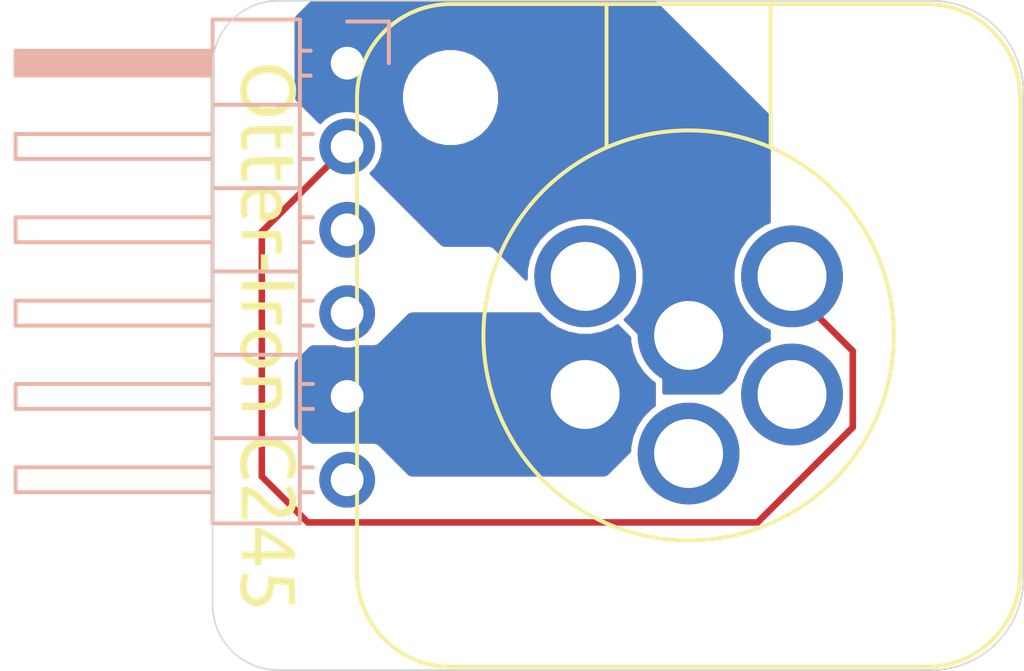
<source format=kicad_pcb>
(kicad_pcb (version 20171130) (host pcbnew 5.1.5-52549c5~84~ubuntu19.10.1)

  (general
    (thickness 1.6)
    (drawings 8)
    (tracks 7)
    (zones 0)
    (modules 3)
    (nets 10)
  )

  (page A4)
  (layers
    (0 F.Cu signal)
    (31 B.Cu signal)
    (32 B.Adhes user)
    (33 F.Adhes user)
    (34 B.Paste user)
    (35 F.Paste user)
    (36 B.SilkS user)
    (37 F.SilkS user)
    (38 B.Mask user)
    (39 F.Mask user)
    (40 Dwgs.User user)
    (41 Cmts.User user)
    (42 Eco1.User user)
    (43 Eco2.User user)
    (44 Edge.Cuts user)
    (45 Margin user)
    (46 B.CrtYd user)
    (47 F.CrtYd user)
    (48 B.Fab user hide)
    (49 F.Fab user hide)
  )

  (setup
    (last_trace_width 0.2)
    (user_trace_width 0.2)
    (trace_clearance 0.2)
    (zone_clearance 0)
    (zone_45_only no)
    (trace_min 0.2)
    (via_size 0.8)
    (via_drill 0.4)
    (via_min_size 0.4)
    (via_min_drill 0.3)
    (uvia_size 0.3)
    (uvia_drill 0.1)
    (uvias_allowed no)
    (uvia_min_size 0.2)
    (uvia_min_drill 0.1)
    (edge_width 0.05)
    (segment_width 0.2)
    (pcb_text_width 0.3)
    (pcb_text_size 1.5 1.5)
    (mod_edge_width 0.12)
    (mod_text_size 1 1)
    (mod_text_width 0.15)
    (pad_size 1.524 1.524)
    (pad_drill 0.762)
    (pad_to_mask_clearance 0.051)
    (solder_mask_min_width 0.25)
    (aux_axis_origin 0 0)
    (visible_elements FFFFFF7F)
    (pcbplotparams
      (layerselection 0x010fc_ffffffff)
      (usegerberextensions true)
      (usegerberattributes false)
      (usegerberadvancedattributes false)
      (creategerberjobfile false)
      (excludeedgelayer true)
      (linewidth 0.100000)
      (plotframeref false)
      (viasonmask false)
      (mode 1)
      (useauxorigin false)
      (hpglpennumber 1)
      (hpglpenspeed 20)
      (hpglpendiameter 15.000000)
      (psnegative false)
      (psa4output false)
      (plotreference true)
      (plotvalue true)
      (plotinvisibletext false)
      (padsonsilk false)
      (subtractmaskfromsilk false)
      (outputformat 1)
      (mirror false)
      (drillshape 0)
      (scaleselection 1)
      (outputdirectory "gerber/"))
  )

  (net 0 "")
  (net 1 GND)
  (net 2 "Net-(J1-Pad4)")
  (net 3 "Net-(J1-Pad3)")
  (net 4 "Net-(J2-Pad1)")
  (net 5 "Net-(J2-Pad4)")
  (net 6 "Net-(J2-Pad3)")
  (net 7 "Net-(J1-Pad6)")
  (net 8 "Net-(J1-Pad5)")
  (net 9 "Net-(J1-Pad2)")

  (net_class Default "This is the default net class."
    (clearance 0.2)
    (trace_width 0.25)
    (via_dia 0.8)
    (via_drill 0.4)
    (uvia_dia 0.3)
    (uvia_drill 0.1)
    (add_net GND)
    (add_net "Net-(J1-Pad2)")
    (add_net "Net-(J1-Pad3)")
    (add_net "Net-(J1-Pad4)")
    (add_net "Net-(J1-Pad5)")
    (add_net "Net-(J1-Pad6)")
    (add_net "Net-(J2-Pad1)")
    (add_net "Net-(J2-Pad3)")
    (add_net "Net-(J2-Pad4)")
  )

  (module "otter:RPC1-12RB-6P(71)" (layer F.Cu) (tedit 5E5BF5A6) (tstamp 5E5C5788)
    (at 114.5 110.2 270)
    (path /5E5C0C87)
    (fp_text reference J2 (at 0.025 -5.125 270) (layer F.SilkS) hide
      (effects (font (size 1 1) (thickness 0.15)))
    )
    (fp_text value C245 (at 0.05 -7.8 270) (layer F.Fab) hide
      (effects (font (size 1 1) (thickness 0.15)))
    )
    (fp_circle (center 0 0) (end 6.25 0) (layer F.SilkS) (width 0.12))
    (fp_arc (start -7.25 -7.25) (end -7.25 -10.1) (angle -90) (layer F.SilkS) (width 0.12))
    (fp_arc (start -7.25 7.25) (end -10.1 7.25) (angle -90) (layer F.SilkS) (width 0.12))
    (fp_arc (start 7.25 7.25) (end 7.25 10.1) (angle -90) (layer F.SilkS) (width 0.12))
    (fp_arc (start 7.25 -7.25) (end 10.1 -7.25) (angle -90) (layer F.SilkS) (width 0.12))
    (fp_line (start -7.25 10.1) (end 7.25 10.1) (layer F.SilkS) (width 0.12))
    (fp_line (start -7.25 -10.1) (end 7.25 -10.1) (layer F.SilkS) (width 0.12))
    (fp_line (start 10.1 -7.25) (end 10.1 7.25) (layer F.SilkS) (width 0.12))
    (fp_line (start -10.1 -7.25) (end -10.1 7.25) (layer F.SilkS) (width 0.12))
    (fp_line (start -10.1 -2.5) (end -5.75 -2.5) (layer F.SilkS) (width 0.12))
    (fp_line (start -10.1 2.5) (end -5.75 2.5) (layer F.SilkS) (width 0.12))
    (pad "" np_thru_hole circle (at -7.25 -7.25 270) (size 2.5 2.5) (drill 2.5) (layers *.Cu *.Mask))
    (pad "" np_thru_hole circle (at -7.25 7.25 270) (size 2.5 2.5) (drill 2.5) (layers *.Cu *.Mask))
    (pad "" np_thru_hole circle (at 7.25 7.25 270) (size 2.5 2.5) (drill 2.5) (layers *.Cu *.Mask))
    (pad "" np_thru_hole circle (at 7.25 -7.25 270) (size 2.5 2.5) (drill 2.5) (layers *.Cu *.Mask))
    (pad 1 thru_hole circle (at -1.8 3.15 270) (size 3.1 3.1) (drill 2.1) (layers *.Cu *.Mask)
      (net 4 "Net-(J2-Pad1)"))
    (pad 2 thru_hole circle (at 1.8 3.15 270) (size 3.1 3.1) (drill 2.1) (layers *.Cu *.Mask)
      (net 8 "Net-(J1-Pad5)"))
    (pad 5 thru_hole circle (at -1.8 -3.15 270) (size 3.1 3.1) (drill 2.1) (layers *.Cu *.Mask)
      (net 9 "Net-(J1-Pad2)"))
    (pad 4 thru_hole circle (at 1.8 -3.15 270) (size 3.1 3.1) (drill 2.1) (layers *.Cu *.Mask)
      (net 5 "Net-(J2-Pad4)"))
    (pad 3 thru_hole circle (at 3.6 0 270) (size 3.1 3.1) (drill 2.1) (layers *.Cu *.Mask)
      (net 6 "Net-(J2-Pad3)"))
    (pad 6 thru_hole circle (at 0 0 270) (size 3.1 3.1) (drill 2.1) (layers *.Cu *.Mask)
      (net 1 GND))
    (model ${KIPRJMOD}/RPC1-12RB-6P.stp
      (offset (xyz 0 0 6.25))
      (scale (xyz 1 1 1))
      (rotate (xyz 180 0 90))
    )
  )

  (module otter:C245_singlew_silk (layer F.Cu) (tedit 0) (tstamp 5E5C7325)
    (at 101.7 110.2 270)
    (fp_text reference G*** (at 0 0 90) (layer F.SilkS) hide
      (effects (font (size 1.524 1.524) (thickness 0.3)))
    )
    (fp_text value LOGO (at 0.75 0 90) (layer F.SilkS) hide
      (effects (font (size 1.524 1.524) (thickness 0.3)))
    )
    (fp_poly (pts (xy -1.890888 0.225778) (xy -2.469444 0.225778) (xy -2.469444 0.014111) (xy -1.890888 0.014111)
      (xy -1.890888 0.225778)) (layer F.SilkS) (width 0.01))
    (fp_poly (pts (xy 6.801556 0.225778) (xy 6.999112 0.225778) (xy 6.999112 0.409222) (xy 6.801556 0.409222)
      (xy 6.801556 0.818445) (xy 6.589889 0.818445) (xy 6.589889 0.409222) (xy 5.870223 0.409222)
      (xy 5.870223 0.329364) (xy 5.871673 0.292963) (xy 5.877505 0.25913) (xy 5.888545 0.225778)
      (xy 6.081483 0.225778) (xy 6.589889 0.225778) (xy 6.589382 -0.15875) (xy 6.588874 -0.543278)
      (xy 6.552814 -0.500944) (xy 6.457713 -0.38241) (xy 6.361177 -0.249631) (xy 6.268911 -0.111133)
      (xy 6.186619 0.024554) (xy 6.12562 0.137584) (xy 6.081483 0.225778) (xy 5.888545 0.225778)
      (xy 5.889937 0.221575) (xy 5.911188 0.17401) (xy 5.943476 0.110144) (xy 5.956059 0.08608)
      (xy 6.046315 -0.074572) (xy 6.150181 -0.240389) (xy 6.262366 -0.403731) (xy 6.377576 -0.556959)
      (xy 6.49052 -0.692434) (xy 6.511835 -0.716139) (xy 6.592257 -0.804333) (xy 6.801556 -0.804333)
      (xy 6.801556 0.225778)) (layer F.SilkS) (width 0.01))
    (fp_poly (pts (xy 5.096062 -0.84312) (xy 5.203729 -0.826202) (xy 5.303629 -0.794181) (xy 5.387927 -0.74845)
      (xy 5.407187 -0.733776) (xy 5.46496 -0.669155) (xy 5.508054 -0.586296) (xy 5.534651 -0.492084)
      (xy 5.542937 -0.393401) (xy 5.531093 -0.29713) (xy 5.526728 -0.28074) (xy 5.500197 -0.210761)
      (xy 5.459219 -0.136477) (xy 5.401712 -0.054974) (xy 5.325593 0.036666) (xy 5.22878 0.141357)
      (xy 5.215637 0.154973) (xy 5.116099 0.259082) (xy 5.0356 0.346507) (xy 4.972222 0.419468)
      (xy 4.924047 0.480186) (xy 4.889158 0.53088) (xy 4.884874 0.537888) (xy 4.867852 0.566219)
      (xy 4.856525 0.588431) (xy 4.85352 0.605269) (xy 4.861463 0.617474) (xy 4.88298 0.62579)
      (xy 4.920698 0.630959) (xy 4.977244 0.633725) (xy 5.055243 0.634831) (xy 5.157321 0.635019)
      (xy 5.228167 0.635) (xy 5.602112 0.635) (xy 5.602112 0.818445) (xy 4.610622 0.818445)
      (xy 4.617442 0.712176) (xy 4.623447 0.652112) (xy 4.634909 0.600688) (xy 4.65512 0.546611)
      (xy 4.682926 0.48752) (xy 4.703798 0.447563) (xy 4.726437 0.409841) (xy 4.753705 0.370786)
      (xy 4.788464 0.326829) (xy 4.833576 0.274402) (xy 4.891905 0.209934) (xy 4.966312 0.129858)
      (xy 4.99029 0.10429) (xy 5.078894 0.009007) (xy 5.14943 -0.06954) (xy 5.203896 -0.134455)
      (xy 5.244295 -0.188843) (xy 5.272626 -0.235809) (xy 5.290891 -0.278457) (xy 5.30109 -0.319893)
      (xy 5.305224 -0.363221) (xy 5.30564 -0.38509) (xy 5.294703 -0.474577) (xy 5.261859 -0.547126)
      (xy 5.207551 -0.601823) (xy 5.196856 -0.608883) (xy 5.163503 -0.626512) (xy 5.128 -0.636621)
      (xy 5.08099 -0.641062) (xy 5.030612 -0.641783) (xy 4.966896 -0.63999) (xy 4.91978 -0.633354)
      (xy 4.877743 -0.619435) (xy 4.840112 -0.601461) (xy 4.791008 -0.573472) (xy 4.746623 -0.543742)
      (xy 4.724854 -0.526121) (xy 4.687208 -0.49083) (xy 4.634471 -0.570259) (xy 4.581733 -0.649687)
      (xy 4.613372 -0.683365) (xy 4.65506 -0.71735) (xy 4.715853 -0.753906) (xy 4.78748 -0.788745)
      (xy 4.861668 -0.817582) (xy 4.88877 -0.826063) (xy 4.988464 -0.843538) (xy 5.096062 -0.84312)) (layer F.SilkS) (width 0.01))
    (fp_poly (pts (xy 1.783862 -0.420863) (xy 1.859404 -0.417259) (xy 1.914913 -0.41154) (xy 1.958571 -0.402254)
      (xy 1.998559 -0.387948) (xy 2.017889 -0.379321) (xy 2.109997 -0.321777) (xy 2.183087 -0.245071)
      (xy 2.23288 -0.155379) (xy 2.241558 -0.132269) (xy 2.248513 -0.108825) (xy 2.253982 -0.081615)
      (xy 2.2582 -0.047209) (xy 2.261402 -0.002175) (xy 2.263824 0.056916) (xy 2.265701 0.133496)
      (xy 2.267269 0.230996) (xy 2.268762 0.352847) (xy 2.26896 0.370417) (xy 2.27399 0.818445)
      (xy 2.060223 0.818445) (xy 2.059943 0.47625) (xy 2.058888 0.324813) (xy 2.055609 0.198854)
      (xy 2.04953 0.095676) (xy 2.040075 0.012583) (xy 2.026668 -0.053122) (xy 2.008733 -0.104135)
      (xy 1.985694 -0.143152) (xy 1.956976 -0.17287) (xy 1.922002 -0.195986) (xy 1.915647 -0.199323)
      (xy 1.880842 -0.214424) (xy 1.84359 -0.223453) (xy 1.795527 -0.227663) (xy 1.728287 -0.228307)
      (xy 1.722579 -0.22825) (xy 1.659148 -0.226701) (xy 1.602294 -0.223773) (xy 1.560836 -0.219984)
      (xy 1.549465 -0.218116) (xy 1.509889 -0.209424) (xy 1.509889 0.818445) (xy 1.284112 0.818445)
      (xy 1.284112 -0.36455) (xy 1.355021 -0.379757) (xy 1.495175 -0.405518) (xy 1.623298 -0.41909)
      (xy 1.752191 -0.421703) (xy 1.783862 -0.420863)) (layer F.SilkS) (width 0.01))
    (fp_poly (pts (xy -0.477512 -0.418793) (xy -0.390096 -0.407211) (xy -0.343647 -0.396041) (xy -0.32043 -0.384801)
      (xy -0.315566 -0.370929) (xy -0.316133 -0.368406) (xy -0.32298 -0.339293) (xy -0.331054 -0.299313)
      (xy -0.331611 -0.296333) (xy -0.342696 -0.242431) (xy -0.351993 -0.212545) (xy -0.360989 -0.20266)
      (xy -0.365829 -0.203956) (xy -0.384298 -0.209298) (xy -0.422829 -0.217089) (xy -0.473551 -0.225759)
      (xy -0.480489 -0.226847) (xy -0.558428 -0.235318) (xy -0.62922 -0.233361) (xy -0.687176 -0.225301)
      (xy -0.790222 -0.207674) (xy -0.790222 0.818445) (xy -1.001888 0.818445) (xy -1.001888 -0.350589)
      (xy -0.955488 -0.365903) (xy -0.845298 -0.394441) (xy -0.722293 -0.413252) (xy -0.596392 -0.421611)
      (xy -0.477512 -0.418793)) (layer F.SilkS) (width 0.01))
    (fp_poly (pts (xy -1.397 0.818445) (xy -1.622777 0.818445) (xy -1.622777 -0.804333) (xy -1.397 -0.804333)
      (xy -1.397 0.818445)) (layer F.SilkS) (width 0.01))
    (fp_poly (pts (xy -2.69361 -0.42137) (xy -2.631777 -0.416123) (xy -2.573613 -0.408552) (xy -2.525454 -0.399618)
      (xy -2.493634 -0.390283) (xy -2.484171 -0.38258) (xy -2.488864 -0.350188) (xy -2.497899 -0.308084)
      (xy -2.50898 -0.265004) (xy -2.519807 -0.229681) (xy -2.528085 -0.21085) (xy -2.529638 -0.209723)
      (xy -2.54799 -0.211659) (xy -2.586171 -0.217259) (xy -2.636207 -0.225346) (xy -2.640375 -0.226047)
      (xy -2.709962 -0.234751) (xy -2.774405 -0.234723) (xy -2.849464 -0.225928) (xy -2.851832 -0.225562)
      (xy -2.963333 -0.208216) (xy -2.963333 0.818445) (xy -3.175 0.818445) (xy -3.175 -0.350589)
      (xy -3.128599 -0.365903) (xy -3.051153 -0.386587) (xy -2.957662 -0.404251) (xy -2.860282 -0.417037)
      (xy -2.771166 -0.423089) (xy -2.752778 -0.423333) (xy -2.69361 -0.42137)) (layer F.SilkS) (width 0.01))
    (fp_poly (pts (xy -3.916405 -0.422407) (xy -3.801596 -0.393964) (xy -3.704779 -0.343946) (xy -3.62625 -0.272766)
      (xy -3.566306 -0.180835) (xy -3.525244 -0.068565) (xy -3.503361 0.063633) (xy -3.499555 0.155917)
      (xy -3.499555 0.268111) (xy -3.915833 0.268111) (xy -4.038061 0.267901) (xy -4.134776 0.267864)
      (xy -4.208678 0.268893) (xy -4.262466 0.271877) (xy -4.298842 0.277708) (xy -4.320505 0.287278)
      (xy -4.330154 0.301478) (xy -4.330491 0.321199) (xy -4.324214 0.347331) (xy -4.314025 0.380768)
      (xy -4.309033 0.397898) (xy -4.272586 0.483848) (xy -4.217323 0.557084) (xy -4.148321 0.611687)
      (xy -4.109602 0.630404) (xy -4.052378 0.644755) (xy -3.976863 0.653105) (xy -3.892339 0.655475)
      (xy -3.808089 0.651885) (xy -3.733393 0.642357) (xy -3.683979 0.629467) (xy -3.645144 0.617876)
      (xy -3.6176 0.614852) (xy -3.611099 0.617088) (xy -3.603817 0.636153) (xy -3.59594 0.673889)
      (xy -3.59108 0.70728) (xy -3.581421 0.786615) (xy -3.649849 0.811504) (xy -3.696621 0.824167)
      (xy -3.759392 0.833195) (xy -3.842764 0.83912) (xy -3.908777 0.841522) (xy -3.99161 0.843095)
      (xy -4.053246 0.842264) (xy -4.10065 0.838445) (xy -4.140789 0.831052) (xy -4.18063 0.8195)
      (xy -4.183944 0.818401) (xy -4.294465 0.767766) (xy -4.386452 0.696286) (xy -4.459344 0.604881)
      (xy -4.512579 0.494467) (xy -4.545593 0.365961) (xy -4.557825 0.22028) (xy -4.557888 0.208318)
      (xy -4.546645 0.067615) (xy -4.545435 0.062897) (xy -4.323834 0.062897) (xy -4.322784 0.087724)
      (xy -4.322525 0.088195) (xy -4.307196 0.091349) (xy -4.26789 0.094129) (xy -4.208851 0.096385)
      (xy -4.134324 0.097969) (xy -4.048553 0.098732) (xy -4.020833 0.098778) (xy -3.725333 0.098778)
      (xy -3.725333 0.054554) (xy -3.736406 -0.023054) (xy -3.766671 -0.097793) (xy -3.8117 -0.162246)
      (xy -3.867061 -0.208999) (xy -3.88963 -0.220475) (xy -3.971763 -0.240386) (xy -4.057271 -0.236168)
      (xy -4.139174 -0.209822) (xy -4.210493 -0.163346) (xy -4.252875 -0.116429) (xy -4.276233 -0.07621)
      (xy -4.297731 -0.027378) (xy -4.31454 0.02176) (xy -4.323834 0.062897) (xy -4.545435 0.062897)
      (xy -4.514114 -0.059148) (xy -4.462093 -0.1702) (xy -4.392382 -0.263774) (xy -4.306778 -0.338103)
      (xy -4.207079 -0.391417) (xy -4.095085 -0.421948) (xy -3.972593 -0.427928) (xy -3.916405 -0.422407)) (layer F.SilkS) (width 0.01))
    (fp_poly (pts (xy -5.21511 -0.762177) (xy -5.210319 -0.720946) (xy -5.207616 -0.653278) (xy -5.207 -0.585611)
      (xy -5.207 -0.395111) (xy -4.739986 -0.395111) (xy -4.744187 -0.306916) (xy -4.748388 -0.218722)
      (xy -4.977694 -0.214845) (xy -5.207 -0.210967) (xy -5.20669 0.137933) (xy -5.206401 0.248277)
      (xy -5.205583 0.334265) (xy -5.203981 0.399761) (xy -5.201337 0.44863) (xy -5.197396 0.484735)
      (xy -5.191901 0.511942) (xy -5.184596 0.534114) (xy -5.17965 0.545706) (xy -5.151025 0.595861)
      (xy -5.115589 0.628379) (xy -5.067261 0.646361) (xy -4.999961 0.652909) (xy -4.969178 0.653056)
      (xy -4.897316 0.648694) (xy -4.836666 0.638292) (xy -4.808814 0.629309) (xy -4.774504 0.615136)
      (xy -4.753031 0.607315) (xy -4.750517 0.606778) (xy -4.744118 0.619151) (xy -4.734279 0.650702)
      (xy -4.728259 0.673806) (xy -4.717099 0.718368) (xy -4.70776 0.754002) (xy -4.704939 0.764039)
      (xy -4.712272 0.783434) (xy -4.742836 0.801216) (xy -4.791655 0.816747) (xy -4.853753 0.82939)
      (xy -4.924156 0.838509) (xy -4.997888 0.843464) (xy -5.069974 0.843618) (xy -5.135439 0.838335)
      (xy -5.189308 0.826976) (xy -5.191259 0.826351) (xy -5.260578 0.791096) (xy -5.324289 0.735642)
      (xy -5.373567 0.667829) (xy -5.376987 0.661399) (xy -5.389893 0.632809) (xy -5.400696 0.599681)
      (xy -5.409572 0.559408) (xy -5.416699 0.509383) (xy -5.422254 0.447) (xy -5.426416 0.369654)
      (xy -5.42936 0.274737) (xy -5.431265 0.159643) (xy -5.432308 0.021766) (xy -5.432666 -0.1415)
      (xy -5.432671 -0.156682) (xy -5.432777 -0.743753) (xy -5.334809 -0.759932) (xy -5.283903 -0.768008)
      (xy -5.243523 -0.773807) (xy -5.222185 -0.776109) (xy -5.22192 -0.776111) (xy -5.21511 -0.762177)) (layer F.SilkS) (width 0.01))
    (fp_poly (pts (xy -6.160554 -0.762177) (xy -6.155764 -0.720946) (xy -6.153061 -0.653278) (xy -6.152444 -0.585611)
      (xy -6.152444 -0.395111) (xy -5.700888 -0.395111) (xy -5.700888 -0.211666) (xy -6.15378 -0.211666)
      (xy -6.149584 0.151695) (xy -6.147955 0.271352) (xy -6.145728 0.36625) (xy -6.142282 0.439851)
      (xy -6.136995 0.495619) (xy -6.129245 0.537016) (xy -6.118411 0.567506) (xy -6.103871 0.590551)
      (xy -6.085002 0.609615) (xy -6.06447 0.625738) (xy -6.037985 0.641074) (xy -6.004998 0.649648)
      (xy -5.95729 0.652977) (xy -5.916303 0.653067) (xy -5.84296 0.648688) (xy -5.781753 0.63821)
      (xy -5.754258 0.629309) (xy -5.719948 0.615136) (xy -5.698475 0.607315) (xy -5.695961 0.606778)
      (xy -5.689563 0.619151) (xy -5.679724 0.650702) (xy -5.673703 0.673806) (xy -5.662544 0.718368)
      (xy -5.653205 0.754002) (xy -5.650383 0.764039) (xy -5.657675 0.783545) (xy -5.688216 0.801373)
      (xy -5.737052 0.816895) (xy -5.79923 0.829483) (xy -5.869796 0.83851) (xy -5.943796 0.843349)
      (xy -6.016277 0.843371) (xy -6.082286 0.83795) (xy -6.136867 0.826458) (xy -6.138666 0.825888)
      (xy -6.218047 0.786028) (xy -6.282337 0.723257) (xy -6.330307 0.639244) (xy -6.360729 0.535662)
      (xy -6.363422 0.520288) (xy -6.366811 0.484987) (xy -6.369886 0.424651) (xy -6.372576 0.342466)
      (xy -6.374812 0.241618) (xy -6.376526 0.125293) (xy -6.377647 -0.003323) (xy -6.378108 -0.141045)
      (xy -6.378115 -0.156682) (xy -6.378222 -0.743753) (xy -6.280254 -0.759932) (xy -6.229347 -0.768008)
      (xy -6.188968 -0.773807) (xy -6.167629 -0.776109) (xy -6.167365 -0.776111) (xy -6.160554 -0.762177)) (layer F.SilkS) (width 0.01))
    (fp_poly (pts (xy 8.198556 -0.620889) (xy 7.902223 -0.620889) (xy 7.798198 -0.620493) (xy 7.719636 -0.619196)
      (xy 7.663787 -0.616836) (xy 7.627901 -0.613248) (xy 7.609229 -0.608271) (xy 7.604841 -0.60325)
      (xy 7.603339 -0.583428) (xy 7.59993 -0.541061) (xy 7.595069 -0.481725) (xy 7.589211 -0.410999)
      (xy 7.587005 -0.384542) (xy 7.570218 -0.183473) (xy 7.612748 -0.177694) (xy 7.731483 -0.160089)
      (xy 7.826777 -0.14206) (xy 7.903383 -0.121957) (xy 7.966054 -0.098129) (xy 8.019546 -0.068926)
      (xy 8.06861 -0.032696) (xy 8.093828 -0.010645) (xy 8.16896 0.072882) (xy 8.218895 0.164969)
      (xy 8.246056 0.270627) (xy 8.250834 0.314382) (xy 8.24783 0.437458) (xy 8.220141 0.547826)
      (xy 8.169 0.643946) (xy 8.095641 0.724278) (xy 8.001297 0.78728) (xy 7.887203 0.831413)
      (xy 7.825548 0.845484) (xy 7.756824 0.85406) (xy 7.676329 0.858203) (xy 7.596557 0.857689)
      (xy 7.529999 0.852296) (xy 7.521223 0.850933) (xy 7.479576 0.842372) (xy 7.427706 0.829663)
      (xy 7.372818 0.814851) (xy 7.322117 0.799982) (xy 7.282806 0.7871) (xy 7.262092 0.778249)
      (xy 7.260717 0.777001) (xy 7.260511 0.759026) (xy 7.265912 0.723479) (xy 7.274829 0.679938)
      (xy 7.285174 0.637985) (xy 7.294856 0.607199) (xy 7.299825 0.597694) (xy 7.316021 0.598256)
      (xy 7.350448 0.607478) (xy 7.389721 0.62118) (xy 7.477291 0.64545) (xy 7.577838 0.65893)
      (xy 7.680333 0.66106) (xy 7.773751 0.651277) (xy 7.81071 0.642602) (xy 7.897093 0.604722)
      (xy 7.962633 0.548635) (xy 8.005794 0.476694) (xy 8.025039 0.39125) (xy 8.022649 0.318151)
      (xy 8.002494 0.236347) (xy 7.96449 0.168798) (xy 7.906763 0.114161) (xy 7.827439 0.071094)
      (xy 7.724643 0.038255) (xy 7.598834 0.01463) (xy 7.534883 0.007114) (xy 7.469243 0.0019)
      (xy 7.425333 0.00028) (xy 7.35061 0) (xy 7.358187 -0.045861) (xy 7.36434 -0.092539)
      (xy 7.371414 -0.161677) (xy 7.378955 -0.247547) (xy 7.386505 -0.34442) (xy 7.39361 -0.446567)
      (xy 7.399813 -0.54826) (xy 7.403092 -0.610305) (xy 7.412627 -0.804333) (xy 8.198556 -0.804333)
      (xy 8.198556 -0.620889)) (layer F.SilkS) (width 0.01))
    (fp_poly (pts (xy 4.063395 -0.834531) (xy 4.197706 -0.80745) (xy 4.255344 -0.788654) (xy 4.31304 -0.76619)
      (xy 4.34778 -0.747361) (xy 4.363127 -0.726156) (xy 4.362647 -0.696562) (xy 4.349905 -0.652565)
      (xy 4.344889 -0.637627) (xy 4.326982 -0.58917) (xy 4.312713 -0.563594) (xy 4.299046 -0.556359)
      (xy 4.291708 -0.558109) (xy 4.142647 -0.610738) (xy 4.00759 -0.639233) (xy 3.886047 -0.643676)
      (xy 3.828282 -0.636557) (xy 3.707707 -0.601959) (xy 3.605435 -0.545898) (xy 3.521274 -0.468231)
      (xy 3.455033 -0.368813) (xy 3.444415 -0.347363) (xy 3.406215 -0.25096) (xy 3.383195 -0.152266)
      (xy 3.373301 -0.041185) (xy 3.372556 0.005824) (xy 3.382613 0.159232) (xy 3.412331 0.293435)
      (xy 3.461031 0.407772) (xy 3.528035 0.501578) (xy 3.612663 0.574191) (xy 3.714236 0.624948)
      (xy 3.832076 0.653186) (xy 3.965503 0.658242) (xy 4.034574 0.652278) (xy 4.10485 0.640755)
      (xy 4.176638 0.624311) (xy 4.236565 0.606102) (xy 4.24673 0.602212) (xy 4.332004 0.567769)
      (xy 4.360251 0.659223) (xy 4.373445 0.707117) (xy 4.380805 0.744512) (xy 4.380756 0.763205)
      (xy 4.362415 0.774634) (xy 4.322891 0.789618) (xy 4.268696 0.806281) (xy 4.206343 0.822751)
      (xy 4.142343 0.837151) (xy 4.092223 0.846255) (xy 3.979619 0.857374) (xy 3.861384 0.857953)
      (xy 3.750304 0.848214) (xy 3.701003 0.83945) (xy 3.594261 0.805504) (xy 3.488307 0.752569)
      (xy 3.393494 0.686408) (xy 3.344525 0.640939) (xy 3.277442 0.554661) (xy 3.219029 0.449786)
      (xy 3.173968 0.335657) (xy 3.153995 0.260651) (xy 3.141396 0.175009) (xy 3.1349 0.072984)
      (xy 3.134521 -0.034647) (xy 3.140273 -0.137108) (xy 3.152172 -0.223624) (xy 3.153329 -0.229245)
      (xy 3.195677 -0.367335) (xy 3.2603 -0.493317) (xy 3.344562 -0.60416) (xy 3.445827 -0.696835)
      (xy 3.561461 -0.768309) (xy 3.654778 -0.805786) (xy 3.782564 -0.833966) (xy 3.921892 -0.843458)
      (xy 4.063395 -0.834531)) (layer F.SilkS) (width 0.01))
    (fp_poly (pts (xy 0.530389 -0.414051) (xy 0.645933 -0.376979) (xy 0.747192 -0.316362) (xy 0.832559 -0.233408)
      (xy 0.900427 -0.129323) (xy 0.945314 -0.018268) (xy 0.962314 0.060347) (xy 0.971759 0.154821)
      (xy 0.973417 0.254158) (xy 0.967058 0.347359) (xy 0.954457 0.416278) (xy 0.908396 0.540295)
      (xy 0.842293 0.646195) (xy 0.757917 0.732309) (xy 0.657032 0.796967) (xy 0.541405 0.838501)
      (xy 0.498416 0.847162) (xy 0.439171 0.855886) (xy 0.394538 0.858608) (xy 0.351496 0.854986)
      (xy 0.297024 0.844679) (xy 0.282223 0.841483) (xy 0.165968 0.802474) (xy 0.064577 0.740405)
      (xy -0.020381 0.65711) (xy -0.087336 0.554424) (xy -0.134719 0.434182) (xy -0.157318 0.327717)
      (xy -0.165457 0.196664) (xy 0.064785 0.196664) (xy 0.068523 0.300087) (xy 0.083805 0.393164)
      (xy 0.088824 0.411381) (xy 0.129146 0.501951) (xy 0.18791 0.574279) (xy 0.261375 0.626269)
      (xy 0.345803 0.655821) (xy 0.437452 0.660839) (xy 0.509097 0.647116) (xy 0.585267 0.609859)
      (xy 0.65096 0.548048) (xy 0.701131 0.468907) (xy 0.718202 0.432076) (xy 0.729539 0.399484)
      (xy 0.736305 0.363815) (xy 0.739659 0.317754) (xy 0.740762 0.253987) (xy 0.740834 0.218722)
      (xy 0.739518 0.132177) (xy 0.7344 0.066312) (xy 0.723725 0.013659) (xy 0.705735 -0.033248)
      (xy 0.678676 -0.081878) (xy 0.665151 -0.103129) (xy 0.608807 -0.16506) (xy 0.53538 -0.209045)
      (xy 0.451205 -0.232884) (xy 0.362618 -0.234381) (xy 0.314222 -0.22486) (xy 0.240333 -0.190495)
      (xy 0.174103 -0.133704) (xy 0.121016 -0.060201) (xy 0.091609 0.007056) (xy 0.072508 0.094963)
      (xy 0.064785 0.196664) (xy -0.165457 0.196664) (xy -0.166171 0.185175) (xy -0.15231 0.052331)
      (xy -0.117335 -0.068659) (xy -0.062844 -0.175642) (xy 0.009565 -0.266462) (xy 0.098292 -0.338965)
      (xy 0.20174 -0.390997) (xy 0.318309 -0.420402) (xy 0.402167 -0.42637) (xy 0.530389 -0.414051)) (layer F.SilkS) (width 0.01))
    (fp_poly (pts (xy -7.408333 -0.84183) (xy -7.262983 -0.82128) (xy -7.133713 -0.778496) (xy -7.017805 -0.712295)
      (xy -6.920472 -0.629526) (xy -6.829803 -0.519402) (xy -6.761658 -0.392784) (xy -6.715937 -0.249401)
      (xy -6.692543 -0.088979) (xy -6.689156 0.007056) (xy -6.700259 0.177007) (xy -6.733633 0.329771)
      (xy -6.789376 0.465617) (xy -6.867589 0.58482) (xy -6.920472 0.643637) (xy -6.989505 0.706395)
      (xy -7.059034 0.75448) (xy -7.139185 0.794101) (xy -7.210099 0.821204) (xy -7.284988 0.83993)
      (xy -7.37679 0.851584) (xy -7.474979 0.855694) (xy -7.569026 0.851785) (xy -7.642937 0.840679)
      (xy -7.782879 0.795444) (xy -7.905876 0.727705) (xy -8.011585 0.63778) (xy -8.099663 0.525986)
      (xy -8.169766 0.392643) (xy -8.193881 0.32996) (xy -8.209145 0.283905) (xy -8.21979 0.243724)
      (xy -8.226636 0.202567) (xy -8.230505 0.153581) (xy -8.23222 0.089916) (xy -8.232601 0.007056)
      (xy -8.23231 -0.054794) (xy -7.998196 -0.054794) (xy -7.997401 0.078595) (xy -7.978494 0.206175)
      (xy -7.942717 0.324207) (xy -7.891313 0.428952) (xy -7.825523 0.516671) (xy -7.746589 0.583625)
      (xy -7.716769 0.601105) (xy -7.622716 0.636774) (xy -7.515112 0.654965) (xy -7.403126 0.654942)
      (xy -7.295926 0.63597) (xy -7.292942 0.635118) (xy -7.207286 0.596688) (xy -7.12665 0.534527)
      (xy -7.055128 0.453112) (xy -6.996816 0.35692) (xy -6.9632 0.274701) (xy -6.947228 0.204315)
      (xy -6.937602 0.11583) (xy -6.93424 0.017707) (xy -6.93706 -0.081589) (xy -6.945978 -0.173596)
      (xy -6.960913 -0.24985) (xy -6.968547 -0.274027) (xy -7.024304 -0.394867) (xy -7.094019 -0.491252)
      (xy -7.178132 -0.563506) (xy -7.277088 -0.611952) (xy -7.391329 -0.636912) (xy -7.471833 -0.640719)
      (xy -7.594701 -0.627294) (xy -7.70288 -0.58999) (xy -7.795637 -0.529457) (xy -7.872237 -0.446346)
      (xy -7.931948 -0.341308) (xy -7.974035 -0.214993) (xy -7.979638 -0.190254) (xy -7.998196 -0.054794)
      (xy -8.23231 -0.054794) (xy -8.232203 -0.077464) (xy -8.230459 -0.140633) (xy -8.226539 -0.18932)
      (xy -8.219614 -0.230391) (xy -8.208857 -0.270715) (xy -8.193507 -0.316962) (xy -8.130993 -0.458216)
      (xy -8.049621 -0.579079) (xy -7.950904 -0.678537) (xy -7.836356 -0.755581) (xy -7.707488 -0.809197)
      (xy -7.565815 -0.838377) (xy -7.412848 -0.842107) (xy -7.408333 -0.84183)) (layer F.SilkS) (width 0.01))
  )

  (module Connector_PinHeader_2.54mm:PinHeader_1x06_P2.54mm_Horizontal (layer B.Cu) (tedit 59FED5CB) (tstamp 5E5C5F2F)
    (at 104.1 101.9 180)
    (descr "Through hole angled pin header, 1x06, 2.54mm pitch, 6mm pin length, single row")
    (tags "Through hole angled pin header THT 1x06 2.54mm single row")
    (path /5E5BE985)
    (fp_text reference J1 (at 4.385 2.27) (layer B.SilkS) hide
      (effects (font (size 1 1) (thickness 0.15)) (justify mirror))
    )
    (fp_text value Otter-Iron (at 4.385 -14.97) (layer B.Fab)
      (effects (font (size 1 1) (thickness 0.15)) (justify mirror))
    )
    (fp_text user %R (at 2.77 -6.35 -90) (layer B.Fab)
      (effects (font (size 1 1) (thickness 0.15)) (justify mirror))
    )
    (fp_line (start 10.55 1.8) (end -1.8 1.8) (layer B.CrtYd) (width 0.05))
    (fp_line (start 10.55 -14.5) (end 10.55 1.8) (layer B.CrtYd) (width 0.05))
    (fp_line (start -1.8 -14.5) (end 10.55 -14.5) (layer B.CrtYd) (width 0.05))
    (fp_line (start -1.8 1.8) (end -1.8 -14.5) (layer B.CrtYd) (width 0.05))
    (fp_line (start -1.27 1.27) (end 0 1.27) (layer B.SilkS) (width 0.12))
    (fp_line (start -1.27 0) (end -1.27 1.27) (layer B.SilkS) (width 0.12))
    (fp_line (start 1.042929 -13.08) (end 1.44 -13.08) (layer B.SilkS) (width 0.12))
    (fp_line (start 1.042929 -12.32) (end 1.44 -12.32) (layer B.SilkS) (width 0.12))
    (fp_line (start 10.1 -13.08) (end 4.1 -13.08) (layer B.SilkS) (width 0.12))
    (fp_line (start 10.1 -12.32) (end 10.1 -13.08) (layer B.SilkS) (width 0.12))
    (fp_line (start 4.1 -12.32) (end 10.1 -12.32) (layer B.SilkS) (width 0.12))
    (fp_line (start 1.44 -11.43) (end 4.1 -11.43) (layer B.SilkS) (width 0.12))
    (fp_line (start 1.042929 -10.54) (end 1.44 -10.54) (layer B.SilkS) (width 0.12))
    (fp_line (start 1.042929 -9.78) (end 1.44 -9.78) (layer B.SilkS) (width 0.12))
    (fp_line (start 10.1 -10.54) (end 4.1 -10.54) (layer B.SilkS) (width 0.12))
    (fp_line (start 10.1 -9.78) (end 10.1 -10.54) (layer B.SilkS) (width 0.12))
    (fp_line (start 4.1 -9.78) (end 10.1 -9.78) (layer B.SilkS) (width 0.12))
    (fp_line (start 1.44 -8.89) (end 4.1 -8.89) (layer B.SilkS) (width 0.12))
    (fp_line (start 1.042929 -8) (end 1.44 -8) (layer B.SilkS) (width 0.12))
    (fp_line (start 1.042929 -7.24) (end 1.44 -7.24) (layer B.SilkS) (width 0.12))
    (fp_line (start 10.1 -8) (end 4.1 -8) (layer B.SilkS) (width 0.12))
    (fp_line (start 10.1 -7.24) (end 10.1 -8) (layer B.SilkS) (width 0.12))
    (fp_line (start 4.1 -7.24) (end 10.1 -7.24) (layer B.SilkS) (width 0.12))
    (fp_line (start 1.44 -6.35) (end 4.1 -6.35) (layer B.SilkS) (width 0.12))
    (fp_line (start 1.042929 -5.46) (end 1.44 -5.46) (layer B.SilkS) (width 0.12))
    (fp_line (start 1.042929 -4.7) (end 1.44 -4.7) (layer B.SilkS) (width 0.12))
    (fp_line (start 10.1 -5.46) (end 4.1 -5.46) (layer B.SilkS) (width 0.12))
    (fp_line (start 10.1 -4.7) (end 10.1 -5.46) (layer B.SilkS) (width 0.12))
    (fp_line (start 4.1 -4.7) (end 10.1 -4.7) (layer B.SilkS) (width 0.12))
    (fp_line (start 1.44 -3.81) (end 4.1 -3.81) (layer B.SilkS) (width 0.12))
    (fp_line (start 1.042929 -2.92) (end 1.44 -2.92) (layer B.SilkS) (width 0.12))
    (fp_line (start 1.042929 -2.16) (end 1.44 -2.16) (layer B.SilkS) (width 0.12))
    (fp_line (start 10.1 -2.92) (end 4.1 -2.92) (layer B.SilkS) (width 0.12))
    (fp_line (start 10.1 -2.16) (end 10.1 -2.92) (layer B.SilkS) (width 0.12))
    (fp_line (start 4.1 -2.16) (end 10.1 -2.16) (layer B.SilkS) (width 0.12))
    (fp_line (start 1.44 -1.27) (end 4.1 -1.27) (layer B.SilkS) (width 0.12))
    (fp_line (start 1.11 -0.38) (end 1.44 -0.38) (layer B.SilkS) (width 0.12))
    (fp_line (start 1.11 0.38) (end 1.44 0.38) (layer B.SilkS) (width 0.12))
    (fp_line (start 4.1 -0.28) (end 10.1 -0.28) (layer B.SilkS) (width 0.12))
    (fp_line (start 4.1 -0.16) (end 10.1 -0.16) (layer B.SilkS) (width 0.12))
    (fp_line (start 4.1 -0.04) (end 10.1 -0.04) (layer B.SilkS) (width 0.12))
    (fp_line (start 4.1 0.08) (end 10.1 0.08) (layer B.SilkS) (width 0.12))
    (fp_line (start 4.1 0.2) (end 10.1 0.2) (layer B.SilkS) (width 0.12))
    (fp_line (start 4.1 0.32) (end 10.1 0.32) (layer B.SilkS) (width 0.12))
    (fp_line (start 10.1 -0.38) (end 4.1 -0.38) (layer B.SilkS) (width 0.12))
    (fp_line (start 10.1 0.38) (end 10.1 -0.38) (layer B.SilkS) (width 0.12))
    (fp_line (start 4.1 0.38) (end 10.1 0.38) (layer B.SilkS) (width 0.12))
    (fp_line (start 4.1 1.33) (end 1.44 1.33) (layer B.SilkS) (width 0.12))
    (fp_line (start 4.1 -14.03) (end 4.1 1.33) (layer B.SilkS) (width 0.12))
    (fp_line (start 1.44 -14.03) (end 4.1 -14.03) (layer B.SilkS) (width 0.12))
    (fp_line (start 1.44 1.33) (end 1.44 -14.03) (layer B.SilkS) (width 0.12))
    (fp_line (start 4.04 -13.02) (end 10.04 -13.02) (layer B.Fab) (width 0.1))
    (fp_line (start 10.04 -12.38) (end 10.04 -13.02) (layer B.Fab) (width 0.1))
    (fp_line (start 4.04 -12.38) (end 10.04 -12.38) (layer B.Fab) (width 0.1))
    (fp_line (start -0.32 -13.02) (end 1.5 -13.02) (layer B.Fab) (width 0.1))
    (fp_line (start -0.32 -12.38) (end -0.32 -13.02) (layer B.Fab) (width 0.1))
    (fp_line (start -0.32 -12.38) (end 1.5 -12.38) (layer B.Fab) (width 0.1))
    (fp_line (start 4.04 -10.48) (end 10.04 -10.48) (layer B.Fab) (width 0.1))
    (fp_line (start 10.04 -9.84) (end 10.04 -10.48) (layer B.Fab) (width 0.1))
    (fp_line (start 4.04 -9.84) (end 10.04 -9.84) (layer B.Fab) (width 0.1))
    (fp_line (start -0.32 -10.48) (end 1.5 -10.48) (layer B.Fab) (width 0.1))
    (fp_line (start -0.32 -9.84) (end -0.32 -10.48) (layer B.Fab) (width 0.1))
    (fp_line (start -0.32 -9.84) (end 1.5 -9.84) (layer B.Fab) (width 0.1))
    (fp_line (start 4.04 -7.94) (end 10.04 -7.94) (layer B.Fab) (width 0.1))
    (fp_line (start 10.04 -7.3) (end 10.04 -7.94) (layer B.Fab) (width 0.1))
    (fp_line (start 4.04 -7.3) (end 10.04 -7.3) (layer B.Fab) (width 0.1))
    (fp_line (start -0.32 -7.94) (end 1.5 -7.94) (layer B.Fab) (width 0.1))
    (fp_line (start -0.32 -7.3) (end -0.32 -7.94) (layer B.Fab) (width 0.1))
    (fp_line (start -0.32 -7.3) (end 1.5 -7.3) (layer B.Fab) (width 0.1))
    (fp_line (start 4.04 -5.4) (end 10.04 -5.4) (layer B.Fab) (width 0.1))
    (fp_line (start 10.04 -4.76) (end 10.04 -5.4) (layer B.Fab) (width 0.1))
    (fp_line (start 4.04 -4.76) (end 10.04 -4.76) (layer B.Fab) (width 0.1))
    (fp_line (start -0.32 -5.4) (end 1.5 -5.4) (layer B.Fab) (width 0.1))
    (fp_line (start -0.32 -4.76) (end -0.32 -5.4) (layer B.Fab) (width 0.1))
    (fp_line (start -0.32 -4.76) (end 1.5 -4.76) (layer B.Fab) (width 0.1))
    (fp_line (start 4.04 -2.86) (end 10.04 -2.86) (layer B.Fab) (width 0.1))
    (fp_line (start 10.04 -2.22) (end 10.04 -2.86) (layer B.Fab) (width 0.1))
    (fp_line (start 4.04 -2.22) (end 10.04 -2.22) (layer B.Fab) (width 0.1))
    (fp_line (start -0.32 -2.86) (end 1.5 -2.86) (layer B.Fab) (width 0.1))
    (fp_line (start -0.32 -2.22) (end -0.32 -2.86) (layer B.Fab) (width 0.1))
    (fp_line (start -0.32 -2.22) (end 1.5 -2.22) (layer B.Fab) (width 0.1))
    (fp_line (start 4.04 -0.32) (end 10.04 -0.32) (layer B.Fab) (width 0.1))
    (fp_line (start 10.04 0.32) (end 10.04 -0.32) (layer B.Fab) (width 0.1))
    (fp_line (start 4.04 0.32) (end 10.04 0.32) (layer B.Fab) (width 0.1))
    (fp_line (start -0.32 -0.32) (end 1.5 -0.32) (layer B.Fab) (width 0.1))
    (fp_line (start -0.32 0.32) (end -0.32 -0.32) (layer B.Fab) (width 0.1))
    (fp_line (start -0.32 0.32) (end 1.5 0.32) (layer B.Fab) (width 0.1))
    (fp_line (start 1.5 0.635) (end 2.135 1.27) (layer B.Fab) (width 0.1))
    (fp_line (start 1.5 -13.97) (end 1.5 0.635) (layer B.Fab) (width 0.1))
    (fp_line (start 4.04 -13.97) (end 1.5 -13.97) (layer B.Fab) (width 0.1))
    (fp_line (start 4.04 1.27) (end 4.04 -13.97) (layer B.Fab) (width 0.1))
    (fp_line (start 2.135 1.27) (end 4.04 1.27) (layer B.Fab) (width 0.1))
    (pad 6 thru_hole oval (at 0 -12.7 180) (size 1.7 1.7) (drill 1) (layers *.Cu *.Mask)
      (net 7 "Net-(J1-Pad6)"))
    (pad 5 thru_hole oval (at 0 -10.16 180) (size 1.7 1.7) (drill 1) (layers *.Cu *.Mask)
      (net 8 "Net-(J1-Pad5)"))
    (pad 4 thru_hole oval (at 0 -7.62 180) (size 1.7 1.7) (drill 1) (layers *.Cu *.Mask)
      (net 2 "Net-(J1-Pad4)"))
    (pad 3 thru_hole oval (at 0 -5.08 180) (size 1.7 1.7) (drill 1) (layers *.Cu *.Mask)
      (net 3 "Net-(J1-Pad3)"))
    (pad 2 thru_hole oval (at 0 -2.54 180) (size 1.7 1.7) (drill 1) (layers *.Cu *.Mask)
      (net 9 "Net-(J1-Pad2)"))
    (pad 1 thru_hole rect (at 0 0 180) (size 1.7 1.7) (drill 1) (layers *.Cu *.Mask)
      (net 1 GND))
    (model ${KISYS3DMOD}/Connector_PinHeader_2.54mm.3dshapes/PinHeader_1x06_P2.54mm_Horizontal.wrl
      (at (xyz 0 0 0))
      (scale (xyz 1 1 1))
      (rotate (xyz 0 0 0))
    )
  )

  (gr_arc (start 121.9 117.6) (end 121.9 120.4) (angle -90) (layer Edge.Cuts) (width 0.05) (tstamp 5E5C61F2))
  (gr_arc (start 121.9 102.8) (end 124.7 102.8) (angle -90) (layer Edge.Cuts) (width 0.05))
  (gr_arc (start 102 102) (end 102 99.999999) (angle -90) (layer Edge.Cuts) (width 0.05) (tstamp 5E5C6168))
  (gr_arc (start 102 118.4) (end 99.999999 118.4) (angle -90) (layer Edge.Cuts) (width 0.05) (tstamp 5E5D3E1B))
  (gr_line (start 121.9 120.4) (end 102 120.4) (layer Edge.Cuts) (width 0.05))
  (gr_line (start 124.7 102.8) (end 124.7 117.6) (layer Edge.Cuts) (width 0.05) (tstamp 5E5C5B3B))
  (gr_line (start 102 100) (end 121.9 100) (layer Edge.Cuts) (width 0.05))
  (gr_line (start 99.999999 102) (end 99.999999 118.4) (layer Edge.Cuts) (width 0.05))

  (segment (start 117.35 108.525) (end 119.5 110.675) (width 0.2) (layer F.Cu) (net 9))
  (segment (start 119.5 110.675) (end 119.5 113) (width 0.2) (layer F.Cu) (net 9))
  (segment (start 116.600001 115.899999) (end 102.899999 115.899999) (width 0.2) (layer F.Cu) (net 9))
  (segment (start 119.5 113) (end 116.600001 115.899999) (width 0.2) (layer F.Cu) (net 9))
  (segment (start 102.899999 115.899999) (end 101.5 114.5) (width 0.2) (layer F.Cu) (net 9))
  (segment (start 101.5 107.04) (end 104.1 104.44) (width 0.2) (layer F.Cu) (net 9))
  (segment (start 101.5 114.5) (end 101.5 107.04) (width 0.2) (layer F.Cu) (net 9))

  (zone (net 8) (net_name "Net-(J1-Pad5)") (layer F.Cu) (tstamp 0) (hatch edge 0.508)
    (priority 1)
    (connect_pads yes (clearance 0))
    (min_thickness 0.1)
    (fill yes (arc_segments 32) (thermal_gap 0.508) (thermal_bridge_width 0.508) (smoothing fillet) (radius 0.2))
    (polygon
      (pts
        (xy 113.5 111) (xy 113.5 113) (xy 112 114.5) (xy 106 114.5) (xy 105 113.5)
        (xy 103 113.5) (xy 102.5 113) (xy 102.5 111) (xy 103 110.5) (xy 105 110.5)
        (xy 106 109.5) (xy 112 109.5)
      )
    )
    (filled_polygon
      (pts
        (xy 110.202567 109.798151) (xy 110.49738 109.995139) (xy 110.824959 110.130827) (xy 111.172716 110.2) (xy 111.527284 110.2)
        (xy 111.875041 110.130827) (xy 112.20262 109.995139) (xy 112.335585 109.906295) (xy 112.7 110.27071) (xy 112.7 110.377284)
        (xy 112.769173 110.725041) (xy 112.904861 111.05262) (xy 113.101849 111.347433) (xy 113.352567 111.598151) (xy 113.45 111.663254)
        (xy 113.45 112.336746) (xy 113.352567 112.401849) (xy 113.101849 112.652567) (xy 112.904861 112.94738) (xy 112.769173 113.274959)
        (xy 112.7 113.622716) (xy 112.7 113.72929) (xy 112.026707 114.402583) (xy 111.974184 114.437677) (xy 111.912234 114.45)
        (xy 106.087766 114.45) (xy 106.025816 114.437677) (xy 105.973293 114.402583) (xy 105.093934 113.523224) (xy 105.086358 113.517006)
        (xy 105.021473 113.473651) (xy 105.012828 113.46903) (xy 105.003448 113.466185) (xy 104.926911 113.450961) (xy 104.917157 113.45)
        (xy 103.087766 113.45) (xy 103.025816 113.437677) (xy 102.973293 113.402583) (xy 102.597417 113.026707) (xy 102.562323 112.974184)
        (xy 102.55 112.912234) (xy 102.55 111.087766) (xy 102.562323 111.025816) (xy 102.597417 110.973293) (xy 102.973293 110.597417)
        (xy 103.025816 110.562323) (xy 103.087766 110.55) (xy 103.712203 110.55) (xy 103.779142 110.577727) (xy 103.991659 110.62)
        (xy 104.208341 110.62) (xy 104.420858 110.577727) (xy 104.487797 110.55) (xy 104.917157 110.55) (xy 104.926911 110.549039)
        (xy 105.003448 110.533815) (xy 105.012828 110.53097) (xy 105.021473 110.526349) (xy 105.086358 110.482994) (xy 105.093934 110.476776)
        (xy 105.973293 109.597417) (xy 106.025816 109.562323) (xy 106.087766 109.55) (xy 109.954416 109.55)
      )
    )
  )
  (zone (net 1) (net_name GND) (layer F.Cu) (tstamp 0) (hatch edge 0.508)
    (connect_pads yes (clearance 0))
    (min_thickness 0.1)
    (fill yes (arc_segments 32) (thermal_gap 0.508) (thermal_bridge_width 0.508) (smoothing fillet) (radius 0.2))
    (polygon
      (pts
        (xy 117 103.5) (xy 117 110.5) (xy 115.5 112) (xy 113.5 112) (xy 112 110.5)
        (xy 111.5 110.5) (xy 108.5 107.5) (xy 107 107.5) (xy 102.5 103) (xy 102.5 102.5)
        (xy 102.5 100.5) (xy 103 100) (xy 113.5 100)
      )
    )
    (filled_polygon
      (pts
        (xy 113.526707 100.097417) (xy 116.902583 103.473293) (xy 116.937677 103.525816) (xy 116.95 103.587766) (xy 116.95 106.741644)
        (xy 116.79738 106.804861) (xy 116.502567 107.001849) (xy 116.251849 107.252567) (xy 116.054861 107.54738) (xy 115.919173 107.874959)
        (xy 115.85 108.222716) (xy 115.85 108.577284) (xy 115.919173 108.925041) (xy 116.054861 109.25262) (xy 116.251849 109.547433)
        (xy 116.502567 109.798151) (xy 116.79738 109.995139) (xy 116.95 110.058356) (xy 116.95 110.341644) (xy 116.79738 110.404861)
        (xy 116.502567 110.601849) (xy 116.251849 110.852567) (xy 116.054861 111.14738) (xy 115.919173 111.474959) (xy 115.910443 111.518847)
        (xy 115.526707 111.902583) (xy 115.474184 111.937677) (xy 115.412234 111.95) (xy 113.75 111.95) (xy 113.75 111.082843)
        (xy 113.745196 111.034071) (xy 113.729972 110.957534) (xy 113.715746 110.910635) (xy 113.692643 110.867413) (xy 113.649288 110.802528)
        (xy 113.618198 110.764644) (xy 112.574569 109.721015) (xy 112.748151 109.547433) (xy 112.945139 109.25262) (xy 113.080827 108.925041)
        (xy 113.15 108.577284) (xy 113.15 108.222716) (xy 113.080827 107.874959) (xy 112.945139 107.54738) (xy 112.748151 107.252567)
        (xy 112.497433 107.001849) (xy 112.20262 106.804861) (xy 111.875041 106.669173) (xy 111.527284 106.6) (xy 111.172716 106.6)
        (xy 110.824959 106.669173) (xy 110.49738 106.804861) (xy 110.202567 107.001849) (xy 109.951849 107.252567) (xy 109.754861 107.54738)
        (xy 109.619173 107.874959) (xy 109.55 108.222716) (xy 109.55 108.47929) (xy 108.593934 107.523224) (xy 108.586358 107.517006)
        (xy 108.521473 107.473651) (xy 108.512828 107.46903) (xy 108.503448 107.466185) (xy 108.426911 107.450961) (xy 108.417157 107.45)
        (xy 107.087766 107.45) (xy 107.025816 107.437677) (xy 106.973293 107.402583) (xy 104.833172 105.262462) (xy 104.954425 105.141209)
        (xy 105.074807 104.961045) (xy 105.157727 104.760858) (xy 105.2 104.548341) (xy 105.2 104.331659) (xy 105.157727 104.119142)
        (xy 105.074807 103.918955) (xy 104.954425 103.738791) (xy 104.801209 103.585575) (xy 104.621045 103.465193) (xy 104.420858 103.382273)
        (xy 104.208341 103.34) (xy 103.991659 103.34) (xy 103.779142 103.382273) (xy 103.578955 103.465193) (xy 103.398791 103.585575)
        (xy 103.277538 103.706828) (xy 102.597417 103.026707) (xy 102.562323 102.974184) (xy 102.55 102.912234) (xy 102.55 102.802263)
        (xy 105.75 102.802263) (xy 105.75 103.097737) (xy 105.807644 103.387534) (xy 105.920717 103.660517) (xy 106.084874 103.906194)
        (xy 106.293806 104.115126) (xy 106.539483 104.279283) (xy 106.812466 104.392356) (xy 107.102263 104.45) (xy 107.397737 104.45)
        (xy 107.687534 104.392356) (xy 107.960517 104.279283) (xy 108.206194 104.115126) (xy 108.415126 103.906194) (xy 108.579283 103.660517)
        (xy 108.692356 103.387534) (xy 108.75 103.097737) (xy 108.75 102.802263) (xy 108.692356 102.512466) (xy 108.579283 102.239483)
        (xy 108.415126 101.993806) (xy 108.206194 101.784874) (xy 107.960517 101.620717) (xy 107.687534 101.507644) (xy 107.397737 101.45)
        (xy 107.102263 101.45) (xy 106.812466 101.507644) (xy 106.539483 101.620717) (xy 106.293806 101.784874) (xy 106.084874 101.993806)
        (xy 105.920717 102.239483) (xy 105.807644 102.512466) (xy 105.75 102.802263) (xy 102.55 102.802263) (xy 102.55 100.587766)
        (xy 102.562323 100.525816) (xy 102.597417 100.473293) (xy 102.973293 100.097417) (xy 103.006843 100.075) (xy 113.493157 100.075)
      )
    )
  )
  (zone (net 1) (net_name GND) (layer B.Cu) (tstamp 5E5C6D7A) (hatch edge 0.508)
    (connect_pads yes (clearance 0))
    (min_thickness 0.1)
    (fill yes (arc_segments 32) (thermal_gap 0.508) (thermal_bridge_width 0.508) (smoothing fillet) (radius 0.2))
    (polygon
      (pts
        (xy 117 103.5) (xy 117 110.5) (xy 115.5 112) (xy 113.5 112) (xy 112 110.5)
        (xy 111.5 110.5) (xy 108.5 107.5) (xy 107 107.5) (xy 103 103.5) (xy 102.5 103)
        (xy 102.5 100.5) (xy 103 100) (xy 113.5 100)
      )
    )
    (filled_polygon
      (pts
        (xy 113.526707 100.097417) (xy 116.902583 103.473293) (xy 116.937677 103.525816) (xy 116.95 103.587766) (xy 116.95 106.741644)
        (xy 116.79738 106.804861) (xy 116.502567 107.001849) (xy 116.251849 107.252567) (xy 116.054861 107.54738) (xy 115.919173 107.874959)
        (xy 115.85 108.222716) (xy 115.85 108.577284) (xy 115.919173 108.925041) (xy 116.054861 109.25262) (xy 116.251849 109.547433)
        (xy 116.502567 109.798151) (xy 116.79738 109.995139) (xy 116.95 110.058356) (xy 116.95 110.341644) (xy 116.79738 110.404861)
        (xy 116.502567 110.601849) (xy 116.251849 110.852567) (xy 116.054861 111.14738) (xy 115.919173 111.474959) (xy 115.910443 111.518847)
        (xy 115.526707 111.902583) (xy 115.474184 111.937677) (xy 115.412234 111.95) (xy 113.75 111.95) (xy 113.75 111.082843)
        (xy 113.745196 111.034071) (xy 113.729972 110.957534) (xy 113.715746 110.910635) (xy 113.692643 110.867413) (xy 113.649288 110.802528)
        (xy 113.618198 110.764644) (xy 112.574569 109.721015) (xy 112.748151 109.547433) (xy 112.945139 109.25262) (xy 113.080827 108.925041)
        (xy 113.15 108.577284) (xy 113.15 108.222716) (xy 113.080827 107.874959) (xy 112.945139 107.54738) (xy 112.748151 107.252567)
        (xy 112.497433 107.001849) (xy 112.20262 106.804861) (xy 111.875041 106.669173) (xy 111.527284 106.6) (xy 111.172716 106.6)
        (xy 110.824959 106.669173) (xy 110.49738 106.804861) (xy 110.202567 107.001849) (xy 109.951849 107.252567) (xy 109.754861 107.54738)
        (xy 109.619173 107.874959) (xy 109.55 108.222716) (xy 109.55 108.47929) (xy 108.593934 107.523224) (xy 108.586358 107.517006)
        (xy 108.521473 107.473651) (xy 108.512828 107.46903) (xy 108.503448 107.466185) (xy 108.426911 107.450961) (xy 108.417157 107.45)
        (xy 107.087766 107.45) (xy 107.025816 107.437677) (xy 106.973295 107.402584) (xy 104.83341 105.262224) (xy 104.954425 105.141209)
        (xy 105.074807 104.961045) (xy 105.157727 104.760858) (xy 105.2 104.548341) (xy 105.2 104.331659) (xy 105.157727 104.119142)
        (xy 105.074807 103.918955) (xy 104.954425 103.738791) (xy 104.801209 103.585575) (xy 104.621045 103.465193) (xy 104.420858 103.382273)
        (xy 104.208341 103.34) (xy 103.991659 103.34) (xy 103.779142 103.382273) (xy 103.578955 103.465193) (xy 103.398791 103.585575)
        (xy 103.277948 103.706418) (xy 102.595461 103.023779) (xy 102.562323 102.974184) (xy 102.55 102.912234) (xy 102.55 102.802263)
        (xy 105.75 102.802263) (xy 105.75 103.097737) (xy 105.807644 103.387534) (xy 105.920717 103.660517) (xy 106.084874 103.906194)
        (xy 106.293806 104.115126) (xy 106.539483 104.279283) (xy 106.812466 104.392356) (xy 107.102263 104.45) (xy 107.397737 104.45)
        (xy 107.687534 104.392356) (xy 107.960517 104.279283) (xy 108.206194 104.115126) (xy 108.415126 103.906194) (xy 108.579283 103.660517)
        (xy 108.692356 103.387534) (xy 108.75 103.097737) (xy 108.75 102.802263) (xy 108.692356 102.512466) (xy 108.579283 102.239483)
        (xy 108.415126 101.993806) (xy 108.206194 101.784874) (xy 107.960517 101.620717) (xy 107.687534 101.507644) (xy 107.397737 101.45)
        (xy 107.102263 101.45) (xy 106.812466 101.507644) (xy 106.539483 101.620717) (xy 106.293806 101.784874) (xy 106.084874 101.993806)
        (xy 105.920717 102.239483) (xy 105.807644 102.512466) (xy 105.75 102.802263) (xy 102.55 102.802263) (xy 102.55 100.587766)
        (xy 102.562323 100.525816) (xy 102.597417 100.473293) (xy 102.973293 100.097417) (xy 103.006843 100.075) (xy 113.493157 100.075)
      )
    )
  )
  (zone (net 8) (net_name "Net-(J1-Pad5)") (layer B.Cu) (tstamp 5E5C6DB7) (hatch edge 0.508)
    (priority 1)
    (connect_pads yes (clearance 0))
    (min_thickness 0.1)
    (fill yes (arc_segments 32) (thermal_gap 0.508) (thermal_bridge_width 0.508) (smoothing fillet) (radius 0.2))
    (polygon
      (pts
        (xy 113.5 111) (xy 113.5 113) (xy 112 114.5) (xy 106 114.5) (xy 105 113.5)
        (xy 103 113.5) (xy 102.5 113) (xy 102.5 111) (xy 103 110.5) (xy 105 110.5)
        (xy 106 109.5) (xy 112 109.5)
      )
    )
    (filled_polygon
      (pts
        (xy 110.202567 109.798151) (xy 110.49738 109.995139) (xy 110.824959 110.130827) (xy 111.172716 110.2) (xy 111.527284 110.2)
        (xy 111.875041 110.130827) (xy 112.20262 109.995139) (xy 112.335585 109.906295) (xy 112.7 110.27071) (xy 112.7 110.377284)
        (xy 112.769173 110.725041) (xy 112.904861 111.05262) (xy 113.101849 111.347433) (xy 113.352567 111.598151) (xy 113.45 111.663254)
        (xy 113.45 112.336746) (xy 113.352567 112.401849) (xy 113.101849 112.652567) (xy 112.904861 112.94738) (xy 112.769173 113.274959)
        (xy 112.7 113.622716) (xy 112.7 113.72929) (xy 112.026707 114.402583) (xy 111.974184 114.437677) (xy 111.912234 114.45)
        (xy 106.087766 114.45) (xy 106.025816 114.437677) (xy 105.973293 114.402583) (xy 105.093934 113.523224) (xy 105.086358 113.517006)
        (xy 105.021473 113.473651) (xy 105.012828 113.46903) (xy 105.003448 113.466185) (xy 104.926911 113.450961) (xy 104.917157 113.45)
        (xy 103.087766 113.45) (xy 103.025816 113.437677) (xy 102.973293 113.402583) (xy 102.597417 113.026707) (xy 102.562323 112.974184)
        (xy 102.55 112.912234) (xy 102.55 111.087766) (xy 102.562323 111.025816) (xy 102.597417 110.973293) (xy 102.973293 110.597417)
        (xy 103.025816 110.562323) (xy 103.087766 110.55) (xy 103.712203 110.55) (xy 103.779142 110.577727) (xy 103.991659 110.62)
        (xy 104.208341 110.62) (xy 104.420858 110.577727) (xy 104.487797 110.55) (xy 104.917157 110.55) (xy 104.926911 110.549039)
        (xy 105.003448 110.533815) (xy 105.012828 110.53097) (xy 105.021473 110.526349) (xy 105.086358 110.482994) (xy 105.093934 110.476776)
        (xy 105.973293 109.597417) (xy 106.025816 109.562323) (xy 106.087766 109.55) (xy 109.954416 109.55)
      )
    )
  )
)

</source>
